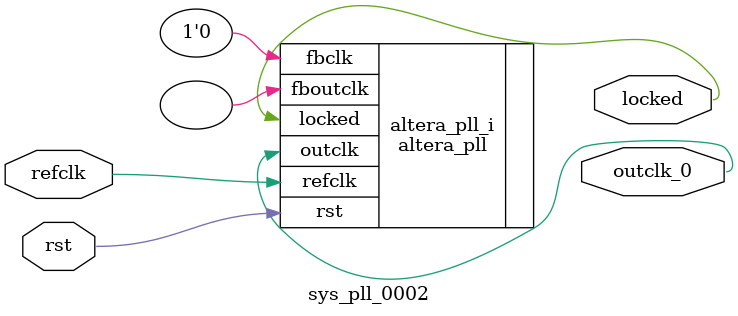
<source format=v>
`timescale 1ns/10ps
module  sys_pll_0002(

	// interface 'refclk'
	input wire refclk,

	// interface 'reset'
	input wire rst,

	// interface 'outclk0'
	output wire outclk_0,

	// interface 'locked'
	output wire locked
);

	altera_pll #(
		.fractional_vco_multiplier("false"),
		.reference_clock_frequency("50.0 MHz"),
		.operation_mode("normal"),
		.number_of_clocks(1),
		.output_clock_frequency0("1.2 MHz"),
		.phase_shift0("0 ps"),
		.duty_cycle0(50),
		.output_clock_frequency1("0 MHz"),
		.phase_shift1("0 ps"),
		.duty_cycle1(50),
		.output_clock_frequency2("0 MHz"),
		.phase_shift2("0 ps"),
		.duty_cycle2(50),
		.output_clock_frequency3("0 MHz"),
		.phase_shift3("0 ps"),
		.duty_cycle3(50),
		.output_clock_frequency4("0 MHz"),
		.phase_shift4("0 ps"),
		.duty_cycle4(50),
		.output_clock_frequency5("0 MHz"),
		.phase_shift5("0 ps"),
		.duty_cycle5(50),
		.output_clock_frequency6("0 MHz"),
		.phase_shift6("0 ps"),
		.duty_cycle6(50),
		.output_clock_frequency7("0 MHz"),
		.phase_shift7("0 ps"),
		.duty_cycle7(50),
		.output_clock_frequency8("0 MHz"),
		.phase_shift8("0 ps"),
		.duty_cycle8(50),
		.output_clock_frequency9("0 MHz"),
		.phase_shift9("0 ps"),
		.duty_cycle9(50),
		.output_clock_frequency10("0 MHz"),
		.phase_shift10("0 ps"),
		.duty_cycle10(50),
		.output_clock_frequency11("0 MHz"),
		.phase_shift11("0 ps"),
		.duty_cycle11(50),
		.output_clock_frequency12("0 MHz"),
		.phase_shift12("0 ps"),
		.duty_cycle12(50),
		.output_clock_frequency13("0 MHz"),
		.phase_shift13("0 ps"),
		.duty_cycle13(50),
		.output_clock_frequency14("0 MHz"),
		.phase_shift14("0 ps"),
		.duty_cycle14(50),
		.output_clock_frequency15("0 MHz"),
		.phase_shift15("0 ps"),
		.duty_cycle15(50),
		.output_clock_frequency16("0 MHz"),
		.phase_shift16("0 ps"),
		.duty_cycle16(50),
		.output_clock_frequency17("0 MHz"),
		.phase_shift17("0 ps"),
		.duty_cycle17(50),
		.pll_type("General"),
		.pll_subtype("General")
	) altera_pll_i (
		.outclk	({outclk_0}),
		.locked	(locked),
		.fboutclk	( ),
		.fbclk	(1'b0),
		.rst	(rst),
		.refclk	(refclk)
	);
endmodule


</source>
